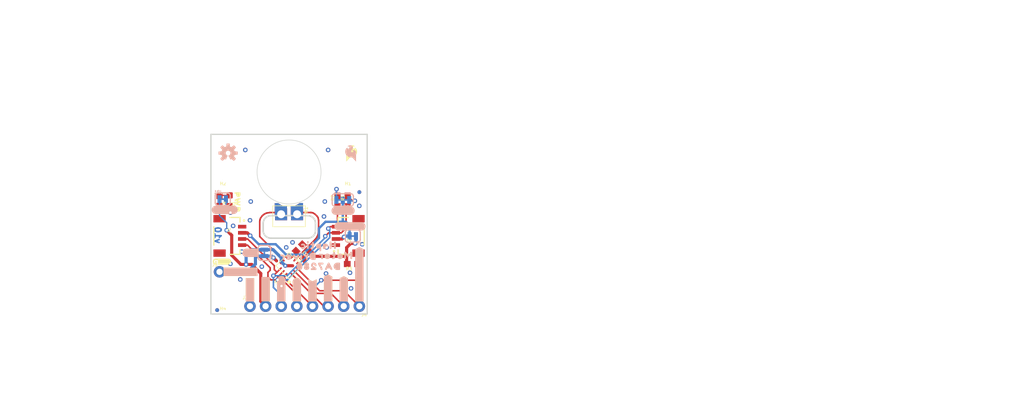
<source format=kicad_pcb>
(kicad_pcb (version 20211014) (generator pcbnew)
  (layers (0 "F.Cu" signal) (31 "B.Cu" signal) (34 "B.Paste" user) (35 "F.Paste" user) (36 "B.SilkS" user "B.Silkscreen") (37 "F.SilkS" user "F.Silkscreen") (38 "B.Mask" user) (39 "F.Mask" user) (44 "Edge.Cuts" user))
  (net 0 "")
  (net 1 "GND")
  (net 2 "SCL")
  (net 3 "SDA")
  (net 4 "N$1")
  (net 5 "N$2")
  (net 6 "N$3")
  (net 7 "N$4")
  (net 8 "~{INT}")
  (net 9 "GPI1")
  (net 10 "GPI2")
  (net 11 "GPI0/PWM")
  (net 12 "N$5")
  (net 13 "N$6")
  (net 14 "VDD")
  (net 15 "VDDIO")
  (net 16 "QWIIC_BUS")
  (footprint "boardEagle:#3V3#1" (layer "F.Cu") (at 144.6911 115.6716 -90)
    (fp_text reference "U$2" hide)
    (fp_text value "" hide)
  )
  (footprint "boardEagle:CREATIVE_COMMONS" (layer "F.Cu") (at 121.8311 132.3086)
    (fp_text reference "FRAME1" hide)
    (fp_text value "FRAME-LETTER" hide)
  )
  (footprint "boardEagle:#SCL#5" (layer "F.Cu") (at 149.7711 115.7986 -90)
    (fp_text reference "U$19" hide)
    (fp_text value "" hide)
  )
  (footprint "boardEagle:1X04_NO_SILK" (layer "F.Cu") (at 142.1511 118.3386)
    (fp_text reference "J3" (at -1.27 -1.397) (layer "F.SilkS") (effects (font (size 0.512064 0.512064) (thickness 0.097536)) (justify left)))
    (fp_text value "")
    (pad "1" thru_hole circle (at 0 0 90) (size 1.8796 1.8796) (drill 1.016) (layers *.Cu *.Mask) (net 1 "GND"))
    (pad "2" thru_hole circle (at 2.54 0 90) (size 1.8796 1.8796) (drill 1.016) (layers *.Cu *.Mask) (net 14 "VDD"))
    (pad "3" thru_hole circle (at 5.08 0 90) (size 1.8796 1.8796) (drill 1.016) (layers *.Cu *.Mask) (net 3 "SDA"))
    (pad "4" thru_hole circle (at 7.62 0 90) (size 1.8796 1.8796) (drill 1.016) (layers *.Cu *.Mask) (net 2 "SCL"))
  )
  (footprint "boardEagle:1X01_NO_SILK" (layer "F.Cu") (at 137.1981 112.7506)
    (fp_text reference "J5" (at -1.27 -1.143) (layer "F.SilkS") (effects (font (size 0.512064 0.512064) (thickness 0.097536)) (justify left)))
    (fp_text value "")
    (pad "1" thru_hole circle (at 0 0 90) (size 1.8796 1.8796) (drill 1.016) (layers *.Cu *.Mask) (net 15 "VDDIO"))
  )
  (footprint "boardEagle:JST04_1MM_RA" (layer "F.Cu") (at 156.1211 106.9086 90)
    (fp_text reference "J2" (at -1.397 2.159 90) (layer "F.SilkS") (effects (font (size 0.512064 0.512064) (thickness 0.097536)) (justify left)))
    (fp_text value "QWIIC_RIGHT_ANGLE")
    (pad "1" smd rect (at -1.5 0 90) (size 0.6 1.35) (layers "F.Cu" "F.Paste" "F.Mask") (net 1 "GND"))
    (pad "2" smd rect (at -0.5 0 90) (size 0.6 1.35) (layers "F.Cu" "F.Paste" "F.Mask") (net 16 "QWIIC_BUS"))
    (pad "3" smd rect (at 0.5 0 90) (size 0.6 1.35) (layers "F.Cu" "F.Paste" "F.Mask") (net 3 "SDA"))
    (pad "4" smd rect (at 1.5 0 90) (size 0.6 1.35) (layers "F.Cu" "F.Paste" "F.Mask") (net 2 "SCL"))
    (pad "NC1" smd rect (at 2.8 3.675 90) (size 1.2 2) (layers "F.Cu" "F.Paste" "F.Mask"))
    (pad "NC2" smd rect (at -2.8 3.675 90) (size 1.2 2) (layers "F.Cu" "F.Paste" "F.Mask"))
  )
  (footprint "boardEagle:SFE_LOGO_FLAME_.1" (layer "F.Cu") (at 158.6611 93.4466)
    (fp_text reference "LOGO4" hide)
    (fp_text value "SFE_LOGO_FLAME.1_INCH" hide)
  )
  (footprint "boardEagle:ORDERING_INSTRUCTIONS" (layer "F.Cu") (at 166.2811 68.8086)
    (fp_text reference "LOGO1" hide)
    (fp_text value "SPECIAL_INSTRUCTIONS-ORDERING" hide)
  )
  (footprint "boardEagle:STAND-OFF-TIGHT" (layer "F.Cu") (at 138.3411 117.0686 180)
    (fp_text reference "H4" (at 0 -1.651) (layer "F.SilkS") (effects (font (size 0.512064 0.512064) (thickness 0.097536)) (justify right)))
    (fp_text value "STAND-OFFTIGHT")
    (pad "" np_thru_hole circle (at 0 0 180) (size 3.048 3.048) (drill 3.048) (layers *.Cu *.Mask))
  )
  (footprint "boardEagle:COIN_VIBRATION_MOTOR_CASTEL" (layer "F.Cu") (at 148.5011 96.5186 -90)
    (fp_text reference "M1" (at 5.588 -2.794 90) (layer "F.SilkS") (effects (font (size 0.512064 0.512064) (thickness 0.097536)) (justify right)))
    (fp_text value "G1040003D_LRA_CASTELLATED")
    (fp_text user "ROUTE\nOUT" (at 0 0 -90) (layer "Edge.Cuts") (effects (font (size 0.92 0.92) (thickness 0.08))))
    (fp_poly (pts (xy 7.025 2.325) (xy 5.045 2.325) (xy 5.045 1.761498) (xy 5.235993 1.513165) (xy 5.380688 1.247161) (xy 5.48156 0.962704) (xy 5.547488 0.335) (xy 7.025 0.335)) (layer "F.Cu") (width 0) (fill solid))
    (fp_poly (pts (xy 7.015 -0.285) (xy 5.537488 -0.285) (xy 5.47156 -0.912704) (xy 5.370688 -1.197161) (xy 5.225993 -1.463165) (xy 5.035 -1.711498) (xy 5.035 -2.275) (xy 7.015 -2.275)) (layer "F.Cu") (width 0) (fill solid))
    (fp_poly (pts (xy 7.015 -0.285) (xy 5.537488 -0.285) (xy 5.47156 -0.912704) (xy 5.370688 -1.197161) (xy 5.225993 -1.463165) (xy 5.035 -1.711498) (xy 5.035 -2.275) (xy 7.015 -2.275)) (layer "B.Cu") (width 0) (fill solid))
    (fp_poly (pts (xy 7.025 2.325) (xy 5.045 2.325) (xy 5.045 1.761498) (xy 5.235993 1.513165) (xy 5.380688 1.247161) (xy 5.48156 0.962704) (xy 5.547488 0.335) (xy 7.025 0.335)) (layer "B.Cu") (width 0) (fill solid))
    (fp_circle (center 0 0) (end 5.2 0) (layer "Edge.Cuts") (width 0.1) (fill none))
    (pad "P$1" thru_hole rect (at 6.87 -1.31 270) (size 1.95 1.95) (drill 1.3) (layers *.Cu *.Mask) (net 12 "N$5"))
    (pad "P$2" thru_hole rect (at 6.87 1.29 270) (size 1.95 1.95) (drill 1.3) (layers *.Cu *.Mask) (net 13 "N$6"))
  )
  (footprint "boardEagle:0603" (layer "F.Cu") (at 158.8135 111.4806 180)
    (fp_text reference "R3" (at -0.000003 -0.761997) (layer "F.SilkS") (effects (font (size 0.512064 0.512064) (thickness 0.097536)) (justify right)))
    (fp_text value "10k")
    (pad "1" smd rect (at -0.85 0 180) (size 1.1 1) (layers "F.Cu" "F.Paste" "F.Mask") (net 8 "~{INT}"))
    (pad "2" smd rect (at 0.85 0 180) (size 1.1 1) (layers "F.Cu" "F.Paste" "F.Mask") (net 14 "VDD"))
  )
  (footprint "boardEagle:#GND#0" (layer "F.Cu") (at 142.1511 115.6716 -90)
    (fp_text reference "U$3" hide)
    (fp_text value "" hide)
  )
  (footprint "boardEagle:0603" (layer "F.Cu") (at 150.246496 109.99021 135)
    (fp_text reference "C1" (at -0.000001 -0.561999 -45) (layer "F.SilkS") (effects (font (size 0.512064 0.512064) (thickness 0.097536)) (justify left)))
    (fp_text value "0.1uF")
    (pad "1" smd rect (at -0.85 0 135) (size 1.1 1) (layers "F.Cu" "F.Paste" "F.Mask") (net 14 "VDD"))
    (pad "2" smd rect (at 0.85 0 135) (size 1.1 1) (layers "F.Cu" "F.Paste" "F.Mask") (net 1 "GND"))
  )
  (footprint "boardEagle:LED-0603" (layer "F.Cu") (at 138.8491 101.1936 -90)
    (fp_text reference "D1" (at 0 -0.635 90) (layer "F.SilkS") (effects (font (size 0.512064 0.512064) (thickness 0.097536)) (justify right)))
    (fp_text value "RED")
    (pad "A" smd roundrect (at -0.877 0 180) (size 1 1) (layers "F.Cu" "F.Paste" "F.Mask") (roundrect_rratio 0.15) (net 4 "N$1"))
    (pad "C" smd roundrect (at 0.877 0 180) (size 1 1) (layers "F.Cu" "F.Paste" "F.Mask") (roundrect_rratio 0.15) (net 1 "GND"))
  )
  (footprint "boardEagle:JST04_1MM_RA" (layer "F.Cu") (at 140.8811 106.9086 -90)
    (fp_text reference "J1" (at -1.397 2.159 90) (layer "F.SilkS") (effects (font (size 0.512064 0.512064) (thickness 0.097536)) (justify right)))
    (fp_text value "QWIIC_RIGHT_ANGLE")
    (pad "1" smd rect (at -1.5 0 270) (size 0.6 1.35) (layers "F.Cu" "F.Paste" "F.Mask") (net 1 "GND"))
    (pad "2" smd rect (at -0.5 0 270) (size 0.6 1.35) (layers "F.Cu" "F.Paste" "F.Mask") (net 16 "QWIIC_BUS"))
    (pad "3" smd rect (at 0.5 0 270) (size 0.6 1.35) (layers "F.Cu" "F.Paste" "F.Mask") (net 3 "SDA"))
    (pad "4" smd rect (at 1.5 0 270) (size 0.6 1.35) (layers "F.Cu" "F.Paste" "F.Mask") (net 2 "SCL"))
    (pad "NC1" smd rect (at 2.8 3.675 270) (size 1.2 2) (layers "F.Cu" "F.Paste" "F.Mask"))
    (pad "NC2" smd rect (at -2.8 3.675 270) (size 1.2 2) (layers "F.Cu" "F.Paste" "F.Mask"))
  )
  (footprint "boardEagle:QFN_DA7280" (layer "F.Cu") (at 148.5011 111.7346 135)
    (fp_text reference "U1" (at -0.000002 -3.302001 -45) (layer "F.SilkS") (effects (font (size 0.512064 0.512064) (thickness 0.097536)) (justify left)))
    (fp_text value "HAPTIC_DRIVER_DA7280")
    (pad "P1" smd rect (at -1.32 -0.68 45) (size 0.25 0.5) (layers "F.Cu" "F.Paste" "F.Mask") (net 10 "GPI2"))
    (pad "P2" smd rect (at -1.32 -0.03 45) (size 0.25 0.5) (layers "F.Cu" "F.Paste" "F.Mask") (net 9 "GPI1"))
    (pad "P3" smd rect (at -1.32 0.62 45) (size 0.25 0.5) (layers "F.Cu" "F.Paste" "F.Mask") (net 11 "GPI0/PWM"))
    (pad "P4" smd rect (at -0.67 1.27 135) (size 0.25 0.5) (layers "F.Cu" "F.Paste" "F.Mask") (net 14 "VDD"))
    (pad "P5" smd rect (at -0.02 1.27 135) (size 0.25 0.5) (layers "F.Cu" "F.Paste" "F.Mask") (net 12 "N$5"))
    (pad "P6" smd rect (at 0.63 1.27 135) (size 0.25 0.5) (layers "F.Cu" "F.Paste" "F.Mask") (net 1 "GND"))
    (pad "P7" smd rect (at 1.28 0.62 225) (size 0.25 0.5) (layers "F.Cu" "F.Paste" "F.Mask") (net 1 "GND"))
    (pad "P8" smd rect (at 1.28 -0.03 225) (size 0.25 0.5) (layers "F.Cu" "F.Paste" "F.Mask") (net 13 "N$6"))
    (pad "P9" smd rect (at 1.28 -0.68 225) (size 0.25 0.5) (layers "F.Cu" "F.Paste" "F.Mask") (net 15 "VDDIO"))
    (pad "P10" smd rect (at 0.63 -1.33 315) (size 0.25 0.5) (layers "F.Cu" "F.Paste" "F.Mask") (net 3 "SDA"))
    (pad "P11" smd rect (at -0.02 -1.33 315) (size 0.25 0.5) (layers "F.Cu" "F.Paste" "F.Mask") (net 2 "SCL"))
    (pad "P12" smd rect (at -0.67 -1.33 315) (size 0.25 0.5) (layers "F.Cu" "F.Paste" "F.Mask") (net 8 "~{INT}"))
  )
  (footprint "boardEagle:FIDUCIAL-MICRO" (layer "F.Cu") (at 136.8171 118.9736 180)
    (fp_text reference "FD1" hide)
    (fp_text value "FIDUCIALUFIDUCIAL" hide)
    (pad "1" smd roundrect (at 0 0 180) (size 0.635 0.635) (layers "F.Cu" "F.Mask") (roundrect_rratio 0.5))
  )
  (footprint "boardEagle:QWIIC_3MM" (layer "F.Cu") (at 137.5931 111.0946)
    (fp_text reference "U$1" hide)
    (fp_text value "QWIIC_LOGO_3MM" hide)
  )
  (footprint "boardEagle:##INT##6" (layer "F.Cu") (at 152.3111 115.9256 -90)
    (fp_text reference "U$28" hide)
    (fp_text value "" hide)
  )
  (footprint "boardEagle:1X04_NO_SILK" (layer "F.Cu") (at 159.9311 118.3386 180)
    (fp_text reference "J4" (at -1.27 -1.397) (layer "F.SilkS") (effects (font (size 0.512064 0.512064) (thickness 0.097536)) (justify right)))
    (fp_text value "")
    (pad "1" thru_hole circle (at 0 0 270) (size 1.8796 1.8796) (drill 1.016) (layers *.Cu *.Mask) (net 11 "GPI0/PWM"))
    (pad "2" thru_hole circle (at 2.54 0 270) (size 1.8796 1.8796) (drill 1.016) (layers *.Cu *.Mask) (net 9 "GPI1"))
    (pad "3" thru_hole circle (at 5.08 0 270) (size 1.8796 1.8796) (drill 1.016) (layers *.Cu *.Mask) (net 10 "GPI2"))
    (pad "4" thru_hole circle (at 7.62 0 270) (size 1.8796 1.8796) (drill 1.016) (layers *.Cu *.Mask) (net 8 "~{INT}"))
  )
  (footprint "boardEagle:0603" (layer "F.Cu") (at 151.2819 108.937 135)
    (fp_text reference "C2" (at -0.000002 -0.761999 -45) (layer "F.SilkS") (effects (font (size 0.512064 0.512064) (thickness 0.097536)) (justify left)))
    (fp_text value "4.7uF")
    (pad "1" smd rect (at -0.85 0 135) (size 1.1 1) (layers "F.Cu" "F.Paste" "F.Mask") (net 14 "VDD"))
    (pad "2" smd rect (at 0.85 0 135) (size 1.1 1) (layers "F.Cu" "F.Paste" "F.Mask") (net 1 "GND"))
  )
  (footprint "boardEagle:0603" (layer "F.Cu") (at 158.0261 101.2816 90)
    (fp_text reference "R1" (at 0 -0.762 90) (layer "F.SilkS") (effects (font (size 0.512064 0.512064) (thickness 0.097536)) (justify left)))
    (fp_text value "4.7k")
    (pad "1" smd rect (at -0.85 0 90) (size 1.1 1) (layers "F.Cu" "F.Paste" "F.Mask") (net 3 "SDA"))
    (pad "2" smd rect (at 0.85 0 90) (size 1.1 1) (layers "F.Cu" "F.Paste" "F.Mask") (net 6 "N$3"))
  )
  (footprint "boardEagle:PWR72810" (layer "F.Cu") (at 140.1191 101.4476 -90)
    (fp_text reference "U$20" hide)
    (fp_text value "" hide)
  )
  (footprint "boardEagle:#SDA#4" (layer "F.Cu") (at 147.2311 115.6716 -90)
    (fp_text reference "U$8" hide)
    (fp_text value "" hide)
  )
  (footprint "boardEagle:STAND-OFF-TIGHT" (layer "F.Cu") (at 138.3411 96.7486 180)
    (fp_text reference "H2" (at 0 -1.651) (layer "F.SilkS") (effects (font (size 0.512064 0.512064) (thickness 0.097536)) (justify right)))
    (fp_text value "STAND-OFFTIGHT")
    (pad "" np_thru_hole circle (at 0 0 180) (size 3.048 3.048) (drill 3.048) (layers *.Cu *.Mask))
  )
  (footprint "boardEagle:FIDUCIAL-MICRO" (layer "F.Cu") (at 159.9311 99.7966 180)
    (fp_text reference "FD3" hide)
    (fp_text value "FIDUCIALUFIDUCIAL" hide)
    (pad "1" smd roundrect (at 0 0 180) (size 0.635 0.635) (layers "F.Cu" "F.Mask") (roundrect_rratio 0.5))
  )
  (footprint "boardEagle:#GPI2#6" (layer "F.Cu") (at 154.8511 115.5446 -90)
    (fp_text reference "U$6" hide)
    (fp_text value "" hide)
  )
  (footprint "boardEagle:#GPI1#6" (layer "F.Cu") (at 157.3911 115.6716 -90)
    (fp_text reference "U$5" hide)
    (fp_text value "" hide)
  )
  (footprint "boardEagle:0603" (layer "F.Cu") (at 156.3751 101.2816 90)
    (fp_text reference "R2" (at 0 -0.762 90) (layer "F.SilkS") (effects (font (size 0.512064 0.512064) (thickness 0.097536)) (justify left)))
    (fp_text value "4.7k")
    (pad "1" smd rect (at -0.85 0 90) (size 1.1 1) (layers "F.Cu" "F.Paste" "F.Mask") (net 2 "SCL"))
    (pad "2" smd rect (at 0.85 0 90) (size 1.1 1) (layers "F.Cu" "F.Paste" "F.Mask") (net 7 "N$4"))
  )
  (footprint "boardEagle:#VDDIO#5" (layer "F.Cu") (at 140.6271 112.7506)
    (fp_text reference "U$15" hide)
    (fp_text value "" hide)
  )
  (footprint "boardEagle:0603" (layer "F.Cu") (at 137.1981 101.2326 -90)
    (fp_text reference "R4" (at 0 -0.762 90) (layer "F.SilkS") (effects (font (size 0.512064 0.512064) (thickness 0.097536)) (justify right)))
    (fp_text value "1k")
    (pad "1" smd rect (at -0.85 0 270) (size 1.1 1) (layers "F.Cu" "F.Paste" "F.Mask") (net 4 "N$1"))
    (pad "2" smd rect (at 0.85 0 270) (size 1.1 1) (layers "F.Cu" "F.Paste" "F.Mask") (net 5 "N$2"))
  )
  (footprint "boardEagle:STAND-OFF-TIGHT" (layer "F.Cu") (at 158.6611 96.7486 180)
    (fp_text reference "H1" (at 0 -1.651) (layer "F.SilkS") (effects (font (size 0.512064 0.512064) (thickness 0.097536)) (justify right)))
    (fp_text value "STAND-OFFTIGHT")
    (pad "" np_thru_hole circle (at 0 0 180) (size 3.048 3.048) (drill 3.048) (layers *.Cu *.Mask))
  )
  (footprint "boardEagle:#GPI0#6" (layer "F.Cu") (at 159.9311 115.5446 -90)
    (fp_text reference "U$4" hide)
    (fp_text value "" hide)
  )
  (footprint "boardEagle:#GND#0" (layer "B.Cu") (at 142.1511 115.6716 90)
    (fp_text reference "U$18" hide)
    (fp_text value "" hide)
  )
  (footprint "boardEagle:FIDUCIAL-MICRO" (layer "B.Cu") (at 136.8171 118.9736)
    (fp_text reference "FD2" hide)
    (fp_text value "FIDUCIALUFIDUCIAL" hide)
    (pad "1" smd roundrect (at 0 0) (size 0.635 0.635) (layers "B.Cu" "B.Mask") (roundrect_rratio 0.5))
  )
  (footprint "boardEagle:#VDDIO#5" (layer "B.Cu") (at 140.6271 112.7506 180)
    (fp_text reference "U$25" hide)
    (fp_text value "" hide)
  )
  (footprint "boardEagle:SFE_LOGO_FLAME_.1" (layer "B.Cu") (at 158.5341 93.4466 180)
    (fp_text reference "U$26" hide)
    (fp_text value "" hide)
  )
  (footprint "boardEagle:#SDA#0" (layer "B.Cu") (at 147.2311 115.6716 90)
    (fp_text reference "U$16" hide)
    (fp_text value "" hide)
  )
  (footprint "boardEagle:FIDUCIAL-MICRO" (layer "B.Cu") (at 159.9311 99.7966)
    (fp_text reference "FD4" hide)
    (fp_text value "FIDUCIALUFIDUCIAL" hide)
    (pad "1" smd roundrect (at 0 0) (size 0.635 0.635) (layers "B.Cu" "B.Mask") (roundrect_rratio 0.5))
  )
  (footprint "boardEagle:DRIVER8" (layer "B.Cu") (at 149.8981 110.2106 180)
    (fp_text reference "U$11" hide)
    (fp_text value "" hide)
  )
  (footprint "boardEagle:#I2C#4" (layer "B.Cu") (at 157.2871 102.8106 180)
    (fp_text reference "U$23" hide)
    (fp_text value "" hide)
  )
  (footprint "boardEagle:HAPTIC6" (layer "B.Cu") (at 153.2001 108.4326 180)
    (fp_text reference "U$9" hide)
    (fp_text value "" hide)
  )
  (footprint "boardEagle:SMT-JUMPER_3_2-NC_TRACE_SILK" (layer "B.Cu") (at 157.2387 101.0666)
    (fp_text reference "JP3" (at 0 1.143) (layer "B.SilkS") (effects (font (size 0.512064 0.512064) (thickness 0.097536)) (justify right mirror)))
    (fp_text value "I2C_PU")
    (fp_poly (pts (xy 0.7112 -0.13335) (xy -0.7112 -0.13335) (xy -0.7112 0.13335) (xy 0.7112 0.13335)) (layer "B.Cu") (width 0) (fill solid))
    (pad "1" smd rect (at -1.0414 0) (size 0.6604 1.27) (layers "B.Cu" "B.Mask") (net 7 "N$4"))
    (pad "2" smd rect (at 0 0) (size 0.6604 1.27) (layers "B.Cu" "B.Mask") (net 16 "QWIIC_BUS"))
    (pad "3" smd rect (at 1.0414 0) (size 0.6604 1.27) (layers "B.Cu" "B.Mask") (net 6 "N$3"))
  )
  (footprint "boardEagle:MOTOR7" (layer "B.Cu") (at 155.9941 110.0836 180)
    (fp_text reference "U$10" hide)
    (fp_text value "" hide)
  )
  (footprint "boardEagle:OSHW-LOGO-S" (layer "B.Cu") (at 138.5951 93.4466 180)
    (fp_text reference "LOGO2" hide)
    (fp_text value "OSHW-LOGOS" hide)
  )
  (footprint "boardEagle:#GPI1#2" (layer "B.Cu") (at 157.3911 115.6716 90)
    (fp_text reference "U$13" hide)
    (fp_text value "" hide)
  )
  (footprint "boardEagle:##INT##3" (layer "B.Cu") (at 152.3111 115.9256 90)
    (fp_text reference "U$27" hide)
    (fp_text value "" hide)
  )
  (footprint "boardEagle:#GPI0#PWM#2" (layer "B.Cu") (at 159.9311 113.3094 90)
    (fp_text reference "U$12" hide)
    (fp_text value "" hide)
  )
  (footprint "boardEagle:#LED#4" (layer "B.Cu") (at 138.0461 102.6766 180)
    (fp_text reference "U$24" hide)
    (fp_text value "" hide)
  )
  (footprint "boardEagle:SMT-JUMPER_2_NC_TRACE_SILK" (layer "B.Cu") (at 158.8643 106.934)
    (fp_text reference "JP4" (at 0 1.143) (layer "B.SilkS") (effects (font (size 0.512064 0.512064) (thickness 0.097536)) (justify right mirror)))
    (fp_text value "LED")
    (fp_poly (pts (xy 0.1905 -0.13335) (xy -0.70485 -0.13335) (xy -0.70485 0.13335) (xy 0.1905 0.13335)) (layer "B.Cu") (width 0) (fill solid))
    (pad "1" smd rect (at -0.5207 0) (size 0.6604 1.27) (layers "B.Cu" "B.Mask") (net 16 "QWIIC_BUS"))
    (pad "2" smd rect (at 0.5207 0) (size 0.6604 1.27) (layers "B.Cu" "B.Mask") (net 14 "VDD"))
  )
  (footprint "boardEagle:DA72809" (layer "B.Cu") (at 153.2001 111.8616 180)
    (fp_text reference "U$29" hide)
    (fp_text value "" hide)
  )
  (footprint "boardEagle:#VDD#4" (layer "B.Cu") (at 144.6911 115.5446 90)
    (fp_text reference "U$7" hide)
    (fp_text value "" hide)
  )
  (footprint "boardEagle:#QISO#0" (layer "B.Cu") (at 158.4071 105.3592 180)
    (fp_text reference "U$31" hide)
    (fp_text value "" hide)
  )
  (footprint "boardEagle:#IO#6" (layer "B.Cu") (at 142.3543 109.6518 180)
    (fp_text reference "U$30" hide)
    (fp_text value "" hide)
  )
  (footprint "boardEagle:SMT-JUMPER_2_NC_TRACE_SILK" (layer "B.Cu") (at 144.4879 109.673588 90)
    (fp_text reference "JP2" (at 0 1.143 90) (layer "B.SilkS") (effects (font (size 0.512064 0.512064) (thickness 0.097536)) (justify left mirror)))
    (fp_text value "LED")
    (fp_poly (pts (xy 0.1905 -0.13335) (xy -0.70485 -0.13335) (xy -0.70485 0.13335) (xy 0.1905 0.13335)) (layer "B.Cu") (width 0) (fill solid))
    (pad "1" smd rect (at -0.5207 0 90) (size 0.6604 1.27) (layers "B.Cu" "B.Mask") (net 15 "VDDIO"))
    (pad "2" smd rect (at 0.5207 0 90) (size 0.6604 1.27) (layers "B.Cu" "B.Mask") (net 14 "VDD"))
  )
  (footprint "boardEagle:#SCL#1" (layer "B.Cu") (at 149.7711 115.7986 90)
    (fp_text reference "U$21" hide)
    (fp_text value "" hide)
  )
  (footprint "boardEagle:#GPI2#2" (layer "B.Cu") (at 154.8511 115.5446 90)
    (fp_text reference "U$14" hide)
    (fp_text value "" hide)
  )
  (footprint "boardEagle:SMT-JUMPER_2_NC_TRACE_SILK" (layer "B.Cu") (at 137.7188 100.9396 180)
    (fp_text reference "JP1" (at 0 1.143) (layer "B.SilkS") (effects (font (size 0.512064 0.512064) (thickness 0.097536)) (justify left mirror)))
    (fp_text value "LED")
    (fp_poly (pts (xy 0.1905 -0.13335) (xy -0.70485 -0.13335) (xy -0.70485 0.13335) (xy 0.1905 0.13335)) (layer "B.Cu") (width 0) (fill solid))
    (pad "1" smd rect (at -0.5207 0 180) (size 0.6604 1.27) (layers "B.Cu" "B.Mask") (net 5 "N$2"))
    (pad "2" smd rect (at 0.5207 0 180) (size 0.6604 1.27) (layers "B.Cu" "B.Mask") (net 14 "VDD"))
  )
  (gr_line (start 145.5711 107.2778) (end 151.5311 107.2778) (layer "Edge.Cuts") (width 0.254))
  (gr_arc (start 152.8011 106.0586) (mid 152.418605 106.931226) (end 151.5311 107.2778) (layer "Edge.Cuts") (width 0.254))
  (gr_line (start 135.8011 90.3986) (end 161.2011 90.3986) (layer "Edge.Cuts") (width 0.2032))
  (gr_line (start 161.2011 119.6086) (end 161.2011 90.3986) (layer "Edge.Cuts") (width 0.2032))
  (gr_line (start 144.3011 104.8786) (end 144.3011 106.0586) (layer "Edge.Cuts") (width 0.254))
  (gr_line (start 145.5711 103.6086) (end 151.5311 103.6086) (layer "Edge.Cuts") (width 0.254))
  (gr_line (start 152.8011 106.0586) (end 152.8011 104.8786) (layer "Edge.Cuts") (width 0.254))
  (gr_line (start 135.8011 90.3986) (end 135.8011 119.6086) (layer "Edge.Cuts") (width 0.2032))
  (gr_arc (start 145.5711 107.2778) (mid 144.683595 106.931226) (end 144.3011 106.0586) (layer "Edge.Cuts") (width 0.254))
  (gr_arc (start 151.5311 103.6086) (mid 152.429126 103.980574) (end 152.8011 104.8786) (layer "Edge.Cuts") (width 0.254))
  (gr_line (start 135.8011 119.6086) (end 161.2011 119.6086) (layer "Edge.Cuts") (width 0.2032))
  (gr_arc (start 144.3011 104.8786) (mid 144.673074 103.980574) (end 145.5711 103.6086) (layer "Edge.Cuts") (width 0.254))
  (gr_text "v10" (at 136.3091 108.3056 -90) (layer "B.Cu") (effects (font (size 1.016 1.016) (thickness 0.254)) (justify left bottom mirror)))
  (segment (start 148.953646 110.3911) (end 149.645453 109.699294) (width 0.254) (layer "F.Cu") (net 1))
  (segment (start 149.645453 109.699294) (end 149.645453 109.389169) (width 0.254) (layer "F.Cu") (net 1))
  (via (at 140.8235 109.4696) (size 0.7366) (drill 0.381) (layers "F.Cu" "B.Cu") (net 1))
  (via (at 158.4071 112.903) (size 0.7366) (drill 0.381) (layers "F.Cu" "B.Cu") (net 1))
  (via (at 142.1511 104.3686) (size 0.7366) (drill 0.381) (layers "F.Cu" "B.Cu") (net 1))
  (via (at 139.4079 105.283) (size 0.7366) (drill 0.381) (layers "F.Cu" "B.Cu") (net 1))
  (via (at 158.5781 115.4386) (size 0.7366) (drill 0.381) (layers "F.Cu" "B.Cu") (net 1))
  (via (at 148.0433 108.784) (size 0.7366) (drill 0.381) (layers "F.Cu" "B.Cu") (net 1))
  (via (at 147.2751 115.0576) (size 0.7366) (drill 0.381) (layers "F.Cu" "B.Cu") (net 1))
  (via (at 154.3177 101.3206) (size 0.7366) (drill 0.381) (layers "F.Cu" "B.Cu") (net 1))
  (via (at 154.6119 108.7816) (size 0.7366) (drill 0.381) (layers "F.Cu" "B.Cu") (net 1))
  (via (at 160.4031 108.2736) (size 0.7366) (drill 0.381) (layers "F.Cu" "B.Cu") (net 1))
  (via (at 144.0747 111.908) (size 0.7366) (drill 0.381) (layers "F.Cu" "B.Cu") (net 1))
  (via (at 141.3891 92.9386) (size 0.7366) (drill 0.381) (layers "F.Cu" "B.Cu") (net 1))
  (via (at 149.0685 107.9658) (size 0.7366) (drill 0.381) (layers "F.Cu" "B.Cu") (net 1))
  (via (at 159.9205 102.0252) (size 0.7366) (drill 0.381) (layers "F.Cu" "B.Cu") (net 1))
  (via (at 154.5141 113.0256) (size 0.7366) (drill 0.381) (layers "F.Cu" "B.Cu") (net 1))
  (via (at 140.5695 113.9908) (size 0.7366) (drill 0.381) (layers "F.Cu" "B.Cu") (net 1))
  (via (at 154.1801 103.7524) (size 0.7366) (drill 0.381) (layers "F.Cu" "B.Cu") (net 1))
  (via (at 138.9693 111.4508) (size 0.7366) (drill 0.381) (layers "F.Cu" "B.Cu") (net 1))
  (via (at 154.8511 92.9386) (size 0.7366) (drill 0.381) (layers "F.Cu" "B.Cu") (net 1))
  (via (at 142.2781 101.3206) (size 0.7366) (drill 0.381) (layers "F.Cu" "B.Cu") (net 1))
  (segment (start 156.3751 105.1546) (end 156.3751 102.1316) (width 0.254) (layer "F.Cu") (net 2))
  (segment (start 145.0721 112.8506) (end 145.0721 113.575513) (width 0.254) (layer "F.Cu") (net 2))
  (segment (start 146.6342 114.0587) (end 145.555287 114.0587) (width 0.254) (layer "F.Cu") (net 2))
  (segment (start 149.7711 118.3386) (end 149.7711 116.409263) (width 0.254) (layer "F.Cu") (net 2))
  (segment (start 145.0721 113.575513) (end 145.555287 114.0587) (width 0.254) (layer "F.Cu") (net 2))
  (segment (start 147.574787 112.689197) (end 146.6342 113.629785) (width 0.254) (layer "F.Cu") (net 2))
  (segment (start 140.8811 108.4086) (end 141.7461 108.4086) (width 0.254) (layer "F.Cu") (net 2))
  (segment (start 147.420537 114.0587) (end 146.6342 114.0587) (width 0.254) (layer "F.Cu") (net 2))
  (segment (start 145.433693 112.489007) (end 145.433693 112.096194) (width 0.254) (layer "F.Cu") (net 2))
  (segment (start 145.433693 112.489007) (end 145.0721 112.8506) (width 0.254) (layer "F.Cu") (net 2))
  (segment (start 156.1211 105.4086) (end 156.3751 105.1546) (width 0.254) (layer "F.Cu") (net 2))
  (segment (start 155.1957 105.4086) (end 156.1211 105.4086) (width 0.254) (layer "F.Cu") (net 2))
  (segment (start 154.8845 105.7198) (end 155.1957 105.4086) (width 0.254) (layer "F.Cu") (net 2))
  (segment (start 146.6342 113.629785) (end 146.6342 114.0587) (width 0.254) (layer "F.Cu") (net 2))
  (segment (start 145.433693 112.096194) (end 141.7461 108.4086) (width 0.254) (layer "F.Cu") (net 2))
  (segment (start 149.7711 116.409263) (end 147.420537 114.0587) (width 0.254) (layer "F.Cu") (net 2))
  (via (at 154.8845 105.7198) (size 0.7366) (drill 0.381) (layers "F.Cu" "B.Cu") (net 2))
  (via (at 146.6342 114.0587) (size 0.7366) (drill 0.381) (layers "F.Cu" "B.Cu") (net 2))
  (segment (start 155.108056 107.190957) (end 148.240312 114.0587) (width 0.254) (layer "B.Cu") (net 2))
  (segment (start 155.108056 105.943357) (end 155.108056 107.190957) (width 0.254) (layer "B.Cu") (net 2))
  (segment (start 154.8845 105.7198) (end 155.108056 105.943357) (width 0.254) (layer "B.Cu") (net 2))
  (segment (start 146.6342 114.0587) (end 148.240312 114.0587) (width 0.254) (layer "B.Cu") (net 2))
  (segment (start 140.8811 107.4086) (end 141.7608 107.4086) (width 0.254) (layer "F.Cu") (net 3))
  (segment (start 141.7608 107.4086) (end 146.106793 111.754594) (width 0.254) (layer "F.Cu") (net 3))
  (segment (start 156.1211 106.4086) (end 154.9385 106.4086) (width 0.254) (layer "F.Cu") (net 3))
  (segment (start 158.0261 102.1316) (end 157.7721 102.3856) (width 0.254) (layer "F.Cu") (net 3))
  (segment (start 146.5326 112.8141) (end 147.115168 112.231532) (width 0.254) (layer "F.Cu") (net 3))
  (segment (start 154.9385 106.4086) (end 154.3927 106.9544) (width 0.254) (layer "F.Cu") (net 3))
  (segment (start 145.9611 113.3856) (end 146.5326 112.8141) (width 0.254) (layer "F.Cu") (net 3))
  (segment (start 146.106793 111.754594) (end 146.106793 112.388294) (width 0.254) (layer "F.Cu") (net 3))
  (segment (start 146.106793 112.388294) (end 146.5326 112.8141) (width 0.254) (layer "F.Cu") (net 3))
  (segment (start 157.7721 102.3856) (end 157.7721 105.6386) (width 0.254) (layer "F.Cu") (net 3))
  (segment (start 157.7721 105.6386) (end 157.0021 106.4086) (width 0.254) (layer "F.Cu") (net 3))
  (segment (start 147.115168 112.231532) (end 147.115168 112.229575) (width 0.254) (layer "F.Cu") (net 3))
  (segment (start 157.0021 106.4086) (end 156.1211 106.4086) (width 0.254) (layer "F.Cu") (net 3))
  (via (at 145.9611 113.3856) (size 0.7366) (drill 0.381) (layers "F.Cu" "B.Cu") (net 3))
  (via (at 154.3927 106.9544) (size 0.7366) (drill 0.381) (layers "F.Cu" "B.Cu") (net 3))
  (segment (start 147.2311 118.3386) (end 147.2311 116.5606) (width 0.254) (layer "B.Cu") (net 3))
  (segment (start 147.2311 116.5606) (end 145.9611 115.2906) (width 0.254) (layer "B.Cu") (net 3))
  (segment (start 154.3927 107.181) (end 148.1881 113.3856) (width 0.254) (layer "B.Cu") (net 3))
  (segment (start 154.3927 106.9544) (end 154.3927 107.181) (width 0.254) (layer "B.Cu") (net 3))
  (segment (start 145.9611 115.2906) (end 145.9611 113.3856) (width 0.254) (layer "B.Cu") (net 3))
  (segment (start 148.1881 113.3856) (end 145.9611 113.3856) (width 0.254) (layer "B.Cu") (net 3))
  (segment (start 137.2641 100.3166) (end 138.8491 100.3166) (width 0.2032) (layer "F.Cu") (net 4))
  (segment (start 137.1981 100.3826) (end 137.2641 100.3166) (width 0.2032) (layer "F.Cu") (net 4))
  (segment (start 138.9761 103.1167) (end 137.4521 103.1167) (width 0.2032) (layer "F.Cu") (net 5))
  (segment (start 137.1981 102.0826) (end 137.1981 102.8627) (width 0.2032) (layer "F.Cu") (net 5))
  (segment (start 137.1981 102.8627) (end 137.4521 103.1167) (width 0.2032) (layer "F.Cu") (net 5))
  (via (at 138.9761 103.1167) (size 0.7366) (drill 0.381) (layers "F.Cu" "B.Cu") (net 5))
  (segment (start 138.2395 102.3801) (end 138.39555 102.53615) (width 0.2032) (layer "B.Cu") (net 5))
  (segment (start 138.2395 100.9396) (end 138.2395 102.3366) (width 0.2032) (layer "B.Cu") (net 5))
  (segment (start 138.39555 102.53615) (end 138.9761 103.1167) (width 0.2032) (layer "B.Cu") (net 5))
  (segment (start 138.2395 102.3366) (end 138.2395 102.3801) (width 0.2032) (layer "B.Cu") (net 5))
  (segment (start 158.8031 101.2086) (end 159.2011 101.2086) (width 0.254) (layer "F.Cu") (net 6))
  (segment (start 158.0261 100.4316) (end 158.8031 101.2086) (width 0.254) (layer "F.Cu") (net 6))
  (via (at 159.2011 101.2086) (size 0.7366) (drill 0.381) (layers "F.Cu" "B.Cu") (net 6))
  (segment (start 159.2011 101.2086) (end 158.4221 101.2086) (width 0.254) (layer "B.Cu") (net 6))
  (segment (start 158.4221 101.2086) (end 158.2801 101.0666) (width 0.254) (layer "B.Cu") (net 6))
  (segment (start 156.3751 100.4316) (end 156.2171 100.2736) (width 0.254) (layer "F.Cu") (net 7))
  (segment (start 156.2171 99.3036) (end 156.2171 100.2736) (width 0.254) (layer "F.Cu") (net 7))
  (via (at 156.2171 99.3036) (size 0.7366) (drill 0.381) (layers "F.Cu" "B.Cu") (net 7))
  (segment (start 156.1973 101.0666) (end 156.1973 99.3234) (width 0.254) (layer "B.Cu") (net 7))
  (segment (start 156.2171 99.3036) (end 156.1973 99.3234) (width 0.254) (layer "B.Cu") (net 7))
  (segment (start 159.327262 114.116438) (end 153.728062 114.116438) (width 0.254) (layer "F.Cu") (net 8))
  (segment (start 147.780409 113.402816) (end 147.780409 113.80791) (width 0.254) (layer "F.Cu") (net 8))
  (segment (start 159.9311 111.7482) (end 159.9311 113.5126) (width 0.254) (layer "F.Cu") (net 8))
  (segment (start 147.780409 113.402816) (end 148.034409 113.148816) (width 0.254) (layer "F.Cu") (net 8))
  (segment (start 152.3111 118.3386) (end 147.780409 113.80791) (width 0.254) (layer "F.Cu") (net 8))
  (segment (start 159.9311 111.7482) (end 159.6635 111.4806) (width 0.254) (layer "F.Cu") (net 8))
  (segment (start 159.9311 113.5126) (end 159.327262 114.116438) (width 0.254) (layer "F.Cu") (net 8))
  (via (at 153.728062 114.116438) (size 0.7366) (drill 0.381) (layers "F.Cu" "B.Cu") (net 8))
  (segment (start 152.3111 115.5334) (end 153.728062 114.116438) (width 0.254) (layer "B.Cu") (net 8))
  (segment (start 152.3111 118.3386) (end 152.3111 115.5334) (width 0.254) (layer "B.Cu") (net 8))
  (segment (start 157.3911 118.3386) (end 155.3083 116.2558) (width 0.254) (layer "F.Cu") (net 9))
  (segment (start 152.416884 115.692816) (end 149.413265 112.689197) (width 0.254) (layer "F.Cu") (net 9))
  (segment (start 155.3083 116.2558) (end 152.979868 116.2558) (width 0.254) (layer "F.Cu") (net 9))
  (segment (start 152.979868 116.2558) (end 152.416884 115.692816) (width 0.254) (layer "F.Cu") (net 9))
  (segment (start 154.8511 118.3386) (end 154.143431 118.3386) (width 0.254) (layer "F.Cu") (net 10))
  (segment (start 154.143431 118.3386) (end 148.953646 113.148816) (width 0.254) (layer "F.Cu") (net 10))
  (segment (start 153.467309 115.824) (end 149.872884 112.229575) (width 0.254) (layer "F.Cu") (net 11))
  (segment (start 159.9311 118.3386) (end 157.4165 115.824) (width 0.254) (layer "F.Cu") (net 11))
  (segment (start 157.4165 115.824) (end 153.467309 115.824) (width 0.254) (layer "F.Cu") (net 11))
  (segment (start 153.0167 103.662999) (end 153.137456 103.810142) (width 0.254) (layer "F.Cu") (net 12))
  (segment (start 152.237559 103.128307) (end 152.42996 103.186671) (width 0.254) (layer "F.Cu") (net 12))
  (segment (start 153.1432 106.872081) (end 153.230418 106.615144) (width 0.254) (layer "F.Cu") (net 12))
  (segment (start 152.69354 107.545044) (end 152.872444 107.341043) (width 0.254) (layer "F.Cu") (net 12))
  (segment (start 152.037468 103.1086) (end 152.237559 103.128307) (width 0.254) (layer "F.Cu") (net 12))
  (segment (start 153.230418 106.615144) (end 153.283353 106.349021) (width 0.254) (layer "F.Cu") (net 12))
  (segment (start 153.137456 103.810142) (end 153.227187 103.978016) (width 0.254) (layer "F.Cu") (net 12))
  (segment (start 153.227187 103.978016) (end 153.3011 104.349604) (width 0.254) (layer "F.Cu") (net 12))
  (segment (start 153.0167 103.663) (end 153.0167 103.662999) (width 0.254) (layer "F.Cu") (net 12))
  (segment (start 152.037468 103.1086) (end 150.0911 103.1086) (width 0.254) (layer "F.Cu") (net 12))
  (segment (start 152.69354 107.545044) (end 152.69354 107.545044) (width 0.254) (layer "F.Cu") (net 12))
  (segment (start 152.69354 107.545044) (end 149.413265 110.825319) (width 0.254) (layer "F.Cu") (net 12))
  (segment (start 153.023191 107.115435) (end 153.1432 106.872081) (width 0.254) (layer "F.Cu") (net 12))
  (segment (start 153.3011 106.078266) (end 153.3011 105.8926) (width 0.254) (layer "F.Cu") (net 12))
  (segment (start 153.3011 105.8926) (end 153.3011 104.349604) (width 0.254) (layer "F.Cu") (net 12))
  (segment (start 153.283353 106.349021) (end 153.3011 106.078266) (width 0.254) (layer "F.Cu") (net 12))
  (segment (start 150.0911 103.1086) (end 149.8111 103.3886) (width 0.254) (layer "F.Cu") (net 12))
  (segment (start 149.413265 110.850719) (end 149.413265 110.825319) (width 0.254) (layer "F.Cu") (net 12))
  (segment (start 152.42996 103.186671) (end 152.7627 103.409) (width 0.254) (layer "F.Cu") (net 12))
  (segment (start 152.872444 107.341043) (end 153.023191 107.115435) (width 0.254) (layer "F.Cu") (net 12))
  (segment (start 153.0167 103.663) (end 152.7627 103.409) (width 0.254) (layer "F.Cu") (net 12))
  (segment (start 152.037468 103.1086) (end 152.037468 103.1086) (width 0.254) (layer "F.Cu") (net 12))
  (segment (start 144.613468 103.293919) (end 144.859963 103.191818) (width 0.254) (layer "F.Cu") (net 13))
  (segment (start 145.385378 103.1086) (end 146.9311 103.1086) (width 0.254) (layer "F.Cu") (net 13))
  (segment (start 144.859963 103.191818) (end 145.385378 103.1086) (width 0.254) (layer "F.Cu") (net 13))
  (segment (start 144.1831 103.6066) (end 144.1831 103.6066) (width 0.254) (layer "F.Cu") (net 13))
  (segment (start 144.129909 103.659791) (end 144.1831 103.6066) (width 0.254) (layer "F.Cu") (net 13))
  (segment (start 147.574787 110.850719) (end 143.7819 107.057832) (width 0.254) (layer "F.Cu") (net 13))
  (segment (start 143.7311 106.935191) (end 143.7311 104.6226) (width 0.254) (layer "F.Cu") (net 13))
  (segment (start 143.7311 104.6226) (end 143.747864 104.409596) (width 0.254) (layer "F.Cu") (net 13))
  (segment (start 143.7819 107.057832) (end 143.781899 107.057832) (width 0.254) (layer "F.Cu") (net 13))
  (segment (start 146.9311 103.1086) (end 147.2111 103.3886) (width 0.254) (layer "F.Cu") (net 13))
  (segment (start 143.797743 104.201837) (end 143.879508 104.004439) (width 0.254) (layer "F.Cu") (net 13))
  (segment (start 143.879508 104.004439) (end 144.129909 103.659791) (width 0.254) (layer "F.Cu") (net 13))
  (segment (start 144.1831 103.6066) (end 144.38598 103.433324) (width 0.254) (layer "F.Cu") (net 13))
  (segment (start 143.781899 107.057832) (end 143.7311 106.935191) (width 0.254) (layer "F.Cu") (net 13))
  (segment (start 144.38598 103.433324) (end 144.613468 103.293919) (width 0.254) (layer "F.Cu") (net 13))
  (segment (start 143.747864 104.409596) (end 143.797743 104.201837) (width 0.254) (layer "F.Cu") (net 13))
  (segment (start 143.7311 104.6226) (end 143.7311 104.6226) (width 0.254) (layer "F.Cu") (net 13))
  (segment (start 143.9037 113.019188) (end 143.9037 117.5512) (width 0.508) (layer "F.Cu") (net 14))
  (segment (start 157.858456 108.8136) (end 158.544256 108.1278) (width 0.508) (layer "F.Cu") (net 14))
  (segment (start 157.858456 110.228) (end 157.858456 111.375557) (width 0.508) (layer "F.Cu") (net 14))
  (segment (start 138.3665 105.9942) (end 139.1793 106.807) (width 0.508) (layer "F.Cu") (net 14))
  (segment (start 144.6911 118.3386) (end 143.9037 117.5512) (width 0.508) (layer "F.Cu") (net 14))
  (segment (start 147.8915 111.76) (end 149.0853 111.76) (width 0.508) (layer "F.Cu") (net 14))
  (segment (start 151.88294 109.55585) (end 151.88294 109.538044) (width 0.381) (layer "F.Cu") (net 14))
  (segment (start 140.672493 111.551394) (end 139.1793 110.0582) (width 0.508) (layer "F.Cu") (net 14))
  (segment (start 139.1793 110.0582) (end 139.1793 106.807) (width 0.508) (layer "F.Cu") (net 14))
  (segment (start 157.858456 110.228) (end 157.858456 108.8136) (width 0.508) (layer "F.Cu") (net 14))
  (segment (start 157.9635 111.4806) (end 157.858456 111.375557) (width 0.508) (layer "F.Cu") (net 14))
  (segment (start 150.847537 110.591254) (end 151.88294 109.55585) (width 0.508) (layer "F.Cu") (net 14))
  (segment (start 150.911246 110.591254) (end 150.847537 110.591254) (width 0.381) (layer "F.Cu") (net 14))
  (segment (start 152.564584 110.228) (end 157.858456 110.228) (width 0.508) (layer "F.Cu") (net 14))
  (segment (start 151.88294 109.538044) (end 151.88294 109.546357) (width 0.508) (layer "F.Cu") (net 14))
  (segment (start 142.435906 111.551394) (end 141.521506 111.551394) (width 0.508) (layer "F.Cu") (net 14))
  (segment (start 143.9037 113.019188) (end 142.435906 111.551394) (width 0.508) (layer "F.Cu") (net 14))
  (segment (start 158.544256 108.1278) (end 159.2601 108.1278) (width 0.508) (layer "F.Cu") (net 14))
  (segment (start 141.521506 111.551394) (end 140.672493 111.551394) (width 0.508) (layer "F.Cu") (net 14))
  (segment (start 151.88294 109.546357) (end 152.564584 110.228) (width 0.508) (layer "F.Cu") (net 14))
  (via (at 141.521506 111.551394) (size 0.7366) (drill 0.381) (layers "F.Cu" "B.Cu") (net 14))
  (via (at 147.8915 111.76) (size 0.6604) (drill 0.3048) (layers "F.Cu" "B.Cu") (net 14))
  (via (at 159.2601 108.1278) (size 0.7366) (drill 0.381) (layers "F.Cu" "B.Cu") (net 14))
  (via (at 138.3665 105.9942) (size 0.7366) (drill 0.381) (layers "F.Cu" "B.Cu") (net 14))
  (segment (start 138.3665 105.9942) (end 138.3665 104.782044) (width 0.2032) (layer "B.Cu") (net 14))
  (segment (start 147.2311 111.0996) (end 147.8915 111.76) (width 0.508) (layer "B.Cu") (net 14))
  (segment (start 141.521506 110.205194) (end 142.573812 109.152888) (width 0.508) (layer "B.Cu") (net 14))
  (segment (start 137.1981 100.9396) (end 137.1981 103.613644) (width 0.2032) (layer "B.Cu") (net 14))
  (segment (start 141.521506 111.551394) (end 141.521506 110.205194) (width 0.508) (layer "B.Cu") (net 14))
  (segment (start 144.496987 109.1438) (end 145.9103 109.1438) (width 0.508) (layer "B.Cu") (net 14))
  (segment (start 159.2601 108.1278) (end 159.385 108.0029) (width 0.508) (layer "B.Cu") (net 14))
  (segment (start 142.573812 109.152888) (end 144.4879 109.152888) (width 0.508) (layer "B.Cu") (net 14))
  (segment (start 144.4879 109.152888) (end 144.496987 109.1438) (width 0.508) (layer "B.Cu") (net 14))
  (segment (start 147.2311 111.0996) (end 147.2311 110.4646) (width 0.508) (layer "B.Cu") (net 14))
  (segment (start 159.385 108.0029) (end 159.385 106.934) (width 0.508) (layer "B.Cu") (net 14))
  (segment (start 147.2311 110.4646) (end 145.9103 109.1438) (width 0.508) (layer "B.Cu") (net 14))
  (segment (start 138.3665 104.782044) (end 137.1981 103.613644) (width 0.2032) (layer "B.Cu") (net 14))
  (segment (start 145.9611 110.4646) (end 146.4691 110.9726) (width 0.508) (layer "F.Cu") (net 15))
  (via (at 145.9611 110.4646) (size 0.7366) (drill 0.381) (layers "F.Cu" "B.Cu") (net 15))
  (segment (start 143.0401 111.476769) (end 141.766268 112.7506) (width 0.508) (layer "B.Cu") (net 15))
  (segment (start 141.766268 112.7506) (end 137.1981 112.7506) (width 0.508) (layer "B.Cu") (net 15))
  (segment (start 145.9611 110.4646) (end 145.690787 110.194288) (width 0.508) (layer "B.Cu") (net 15))
  (segment (start 145.690787 110.194288) (end 144.4879 110.194288) (width 0.508) (layer "B.Cu") (net 15))
  (segment (start 143.310412 110.194288) (end 143.0401 110.4646) (width 0.508) (layer "B.Cu") (net 15))
  (segment (start 144.4879 110.194288) (end 143.310412 110.194288) (width 0.508) (layer "B.Cu") (net 15))
  (segment (start 143.0401 110.4646) (end 143.0401 111.476769) (width 0.508) (layer "B.Cu") (net 15))
  (segment (start 157.1197 107.4086) (end 157.4419 107.0864) (width 0.508) (layer "F.Cu") (net 16))
  (segment (start 141.712712 106.4086) (end 142.181906 106.877794) (width 0.508) (layer "F.Cu") (net 16))
  (segment (start 156.1211 107.4086) (end 157.1197 107.4086) (width 0.508) (layer "F.Cu") (net 16))
  (segment (start 140.8811 106.4086) (end 141.712712 106.4086) (width 0.508) (layer "F.Cu") (net 16))
  (via (at 157.4419 107.0864) (size 0.7366) (drill 0.381) (layers "F.Cu" "B.Cu") (net 16))
  (via (at 142.181906 106.877794) (size 0.7366) (drill 0.381) (layers "F.Cu" "B.Cu") (net 16))
  (segment (start 157.5943 106.934) (end 158.3436 106.934) (width 0.508) (layer "B.Cu") (net 16))
  (segment (start 150.648834 109.967866) (end 148.032634 109.967866) (width 0.381) (layer "B.Cu") (net 16))
  (segment (start 153.364 105.678788) (end 153.364 107.2527) (width 0.381) (layer "B.Cu") (net 16))
  (segment (start 157.2387 104.6149) (end 154.427887 104.6149) (width 0.381) (layer "B.Cu") (net 16))
  (segment (start 143.568 108.263888) (end 142.181906 106.877794) (width 0.381) (layer "B.Cu") (net 16))
  (segment (start 157.7263 104.6149) (end 158.3436 105.2322) (width 0.381) (layer "B.Cu") (net 16))
  (segment (start 148.032634 109.967866) (end 146.328656 108.263888) (width 0.381) (layer "B.Cu") (net 16))
  (segment (start 157.2387 104.6149) (end 157.2387 101.0666) (width 0.381) (layer "B.Cu") (net 16))
  (segment (start 157.4419 107.0864) (end 157.5943 106.934) (width 0.508) (layer "B.Cu") (net 16))
  (segment (start 154.427887 104.6149) (end 153.364 105.678788) (width 0.381) (layer "B.Cu") (net 16))
  (segment (start 158.3436 105.2322) (end 158.3436 106.934) (width 0.381) (layer "B.Cu") (net 16))
  (segment (start 153.364 107.2527) (end 150.648834 109.967866) (width 0.381) (layer "B.Cu") (net 16))
  (segment (start 157.2387 104.6149) (end 157.7263 104.6149) (width 0.381) (layer "B.Cu") (net 16))
  (segment (start 146.328656 108.263888) (end 143.568 108.263888) (width 0.381) (layer "B.Cu") (net 16))
)
</source>
